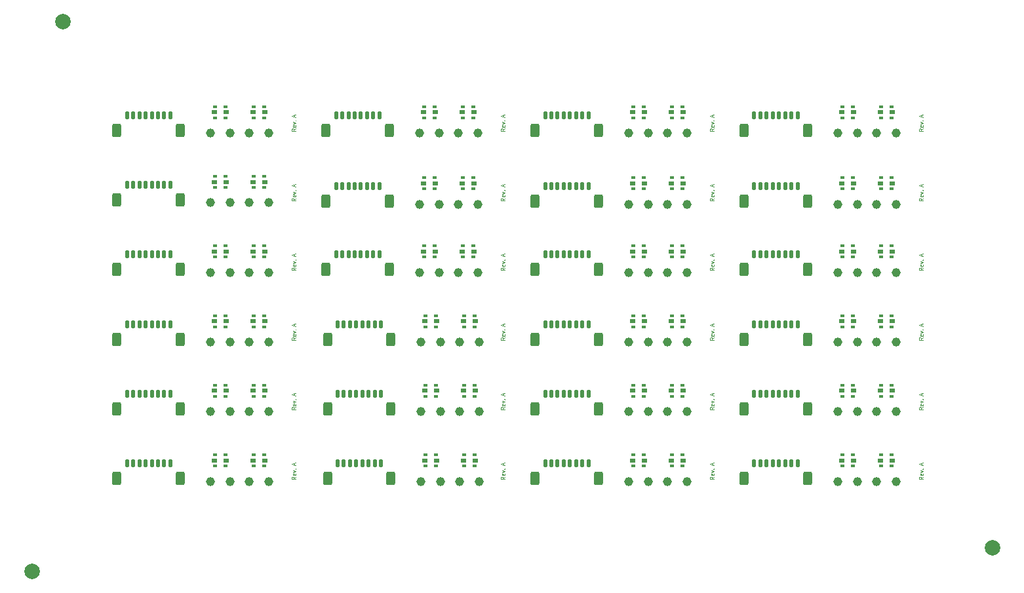
<source format=gbr>
%TF.GenerationSoftware,KiCad,Pcbnew,(7.0.0)*%
%TF.CreationDate,2023-04-04T09:59:10-04:00*%
%TF.ProjectId,bracket-led,62726163-6b65-4742-9d6c-65642e6b6963,A*%
%TF.SameCoordinates,Original*%
%TF.FileFunction,Soldermask,Top*%
%TF.FilePolarity,Negative*%
%FSLAX46Y46*%
G04 Gerber Fmt 4.6, Leading zero omitted, Abs format (unit mm)*
G04 Created by KiCad (PCBNEW (7.0.0)) date 2023-04-04 09:59:10*
%MOMM*%
%LPD*%
G01*
G04 APERTURE LIST*
G04 Aperture macros list*
%AMRoundRect*
0 Rectangle with rounded corners*
0 $1 Rounding radius*
0 $2 $3 $4 $5 $6 $7 $8 $9 X,Y pos of 4 corners*
0 Add a 4 corners polygon primitive as box body*
4,1,4,$2,$3,$4,$5,$6,$7,$8,$9,$2,$3,0*
0 Add four circle primitives for the rounded corners*
1,1,$1+$1,$2,$3*
1,1,$1+$1,$4,$5*
1,1,$1+$1,$6,$7*
1,1,$1+$1,$8,$9*
0 Add four rect primitives between the rounded corners*
20,1,$1+$1,$2,$3,$4,$5,0*
20,1,$1+$1,$4,$5,$6,$7,0*
20,1,$1+$1,$6,$7,$8,$9,0*
20,1,$1+$1,$8,$9,$2,$3,0*%
G04 Aperture macros list end*
%ADD10C,0.125000*%
%ADD11C,1.168400*%
%ADD12R,0.550000X0.400000*%
%ADD13R,0.700000X0.500000*%
%ADD14RoundRect,0.125000X-0.125000X-0.375000X0.125000X-0.375000X0.125000X0.375000X-0.125000X0.375000X0*%
%ADD15RoundRect,0.250000X-0.350000X-0.600000X0.350000X-0.600000X0.350000X0.600000X-0.350000X0.600000X0*%
%ADD16C,2.000000*%
G04 APERTURE END LIST*
D10*
X183991190Y-170095238D02*
X183753095Y-170261904D01*
X183991190Y-170380952D02*
X183491190Y-170380952D01*
X183491190Y-170380952D02*
X183491190Y-170190476D01*
X183491190Y-170190476D02*
X183515000Y-170142857D01*
X183515000Y-170142857D02*
X183538809Y-170119047D01*
X183538809Y-170119047D02*
X183586428Y-170095238D01*
X183586428Y-170095238D02*
X183657857Y-170095238D01*
X183657857Y-170095238D02*
X183705476Y-170119047D01*
X183705476Y-170119047D02*
X183729285Y-170142857D01*
X183729285Y-170142857D02*
X183753095Y-170190476D01*
X183753095Y-170190476D02*
X183753095Y-170380952D01*
X183967380Y-169690476D02*
X183991190Y-169738095D01*
X183991190Y-169738095D02*
X183991190Y-169833333D01*
X183991190Y-169833333D02*
X183967380Y-169880952D01*
X183967380Y-169880952D02*
X183919761Y-169904761D01*
X183919761Y-169904761D02*
X183729285Y-169904761D01*
X183729285Y-169904761D02*
X183681666Y-169880952D01*
X183681666Y-169880952D02*
X183657857Y-169833333D01*
X183657857Y-169833333D02*
X183657857Y-169738095D01*
X183657857Y-169738095D02*
X183681666Y-169690476D01*
X183681666Y-169690476D02*
X183729285Y-169666666D01*
X183729285Y-169666666D02*
X183776904Y-169666666D01*
X183776904Y-169666666D02*
X183824523Y-169904761D01*
X183657857Y-169500000D02*
X183991190Y-169380952D01*
X183991190Y-169380952D02*
X183657857Y-169261905D01*
X183943571Y-169071429D02*
X183967380Y-169047619D01*
X183967380Y-169047619D02*
X183991190Y-169071429D01*
X183991190Y-169071429D02*
X183967380Y-169095238D01*
X183967380Y-169095238D02*
X183943571Y-169071429D01*
X183943571Y-169071429D02*
X183991190Y-169071429D01*
X183848333Y-168557143D02*
X183848333Y-168319048D01*
X183991190Y-168604762D02*
X183491190Y-168438096D01*
X183491190Y-168438096D02*
X183991190Y-168271429D01*
X210991190Y-170095238D02*
X210753095Y-170261904D01*
X210991190Y-170380952D02*
X210491190Y-170380952D01*
X210491190Y-170380952D02*
X210491190Y-170190476D01*
X210491190Y-170190476D02*
X210515000Y-170142857D01*
X210515000Y-170142857D02*
X210538809Y-170119047D01*
X210538809Y-170119047D02*
X210586428Y-170095238D01*
X210586428Y-170095238D02*
X210657857Y-170095238D01*
X210657857Y-170095238D02*
X210705476Y-170119047D01*
X210705476Y-170119047D02*
X210729285Y-170142857D01*
X210729285Y-170142857D02*
X210753095Y-170190476D01*
X210753095Y-170190476D02*
X210753095Y-170380952D01*
X210967380Y-169690476D02*
X210991190Y-169738095D01*
X210991190Y-169738095D02*
X210991190Y-169833333D01*
X210991190Y-169833333D02*
X210967380Y-169880952D01*
X210967380Y-169880952D02*
X210919761Y-169904761D01*
X210919761Y-169904761D02*
X210729285Y-169904761D01*
X210729285Y-169904761D02*
X210681666Y-169880952D01*
X210681666Y-169880952D02*
X210657857Y-169833333D01*
X210657857Y-169833333D02*
X210657857Y-169738095D01*
X210657857Y-169738095D02*
X210681666Y-169690476D01*
X210681666Y-169690476D02*
X210729285Y-169666666D01*
X210729285Y-169666666D02*
X210776904Y-169666666D01*
X210776904Y-169666666D02*
X210824523Y-169904761D01*
X210657857Y-169500000D02*
X210991190Y-169380952D01*
X210991190Y-169380952D02*
X210657857Y-169261905D01*
X210943571Y-169071429D02*
X210967380Y-169047619D01*
X210967380Y-169047619D02*
X210991190Y-169071429D01*
X210991190Y-169071429D02*
X210967380Y-169095238D01*
X210967380Y-169095238D02*
X210943571Y-169071429D01*
X210943571Y-169071429D02*
X210991190Y-169071429D01*
X210848333Y-168557143D02*
X210848333Y-168319048D01*
X210991190Y-168604762D02*
X210491190Y-168438096D01*
X210491190Y-168438096D02*
X210991190Y-168271429D01*
X237991190Y-125095238D02*
X237753095Y-125261904D01*
X237991190Y-125380952D02*
X237491190Y-125380952D01*
X237491190Y-125380952D02*
X237491190Y-125190476D01*
X237491190Y-125190476D02*
X237515000Y-125142857D01*
X237515000Y-125142857D02*
X237538809Y-125119047D01*
X237538809Y-125119047D02*
X237586428Y-125095238D01*
X237586428Y-125095238D02*
X237657857Y-125095238D01*
X237657857Y-125095238D02*
X237705476Y-125119047D01*
X237705476Y-125119047D02*
X237729285Y-125142857D01*
X237729285Y-125142857D02*
X237753095Y-125190476D01*
X237753095Y-125190476D02*
X237753095Y-125380952D01*
X237967380Y-124690476D02*
X237991190Y-124738095D01*
X237991190Y-124738095D02*
X237991190Y-124833333D01*
X237991190Y-124833333D02*
X237967380Y-124880952D01*
X237967380Y-124880952D02*
X237919761Y-124904761D01*
X237919761Y-124904761D02*
X237729285Y-124904761D01*
X237729285Y-124904761D02*
X237681666Y-124880952D01*
X237681666Y-124880952D02*
X237657857Y-124833333D01*
X237657857Y-124833333D02*
X237657857Y-124738095D01*
X237657857Y-124738095D02*
X237681666Y-124690476D01*
X237681666Y-124690476D02*
X237729285Y-124666666D01*
X237729285Y-124666666D02*
X237776904Y-124666666D01*
X237776904Y-124666666D02*
X237824523Y-124904761D01*
X237657857Y-124500000D02*
X237991190Y-124380952D01*
X237991190Y-124380952D02*
X237657857Y-124261905D01*
X237943571Y-124071429D02*
X237967380Y-124047619D01*
X237967380Y-124047619D02*
X237991190Y-124071429D01*
X237991190Y-124071429D02*
X237967380Y-124095238D01*
X237967380Y-124095238D02*
X237943571Y-124071429D01*
X237943571Y-124071429D02*
X237991190Y-124071429D01*
X237848333Y-123557143D02*
X237848333Y-123319048D01*
X237991190Y-123604762D02*
X237491190Y-123438096D01*
X237491190Y-123438096D02*
X237991190Y-123271429D01*
X210991190Y-125095238D02*
X210753095Y-125261904D01*
X210991190Y-125380952D02*
X210491190Y-125380952D01*
X210491190Y-125380952D02*
X210491190Y-125190476D01*
X210491190Y-125190476D02*
X210515000Y-125142857D01*
X210515000Y-125142857D02*
X210538809Y-125119047D01*
X210538809Y-125119047D02*
X210586428Y-125095238D01*
X210586428Y-125095238D02*
X210657857Y-125095238D01*
X210657857Y-125095238D02*
X210705476Y-125119047D01*
X210705476Y-125119047D02*
X210729285Y-125142857D01*
X210729285Y-125142857D02*
X210753095Y-125190476D01*
X210753095Y-125190476D02*
X210753095Y-125380952D01*
X210967380Y-124690476D02*
X210991190Y-124738095D01*
X210991190Y-124738095D02*
X210991190Y-124833333D01*
X210991190Y-124833333D02*
X210967380Y-124880952D01*
X210967380Y-124880952D02*
X210919761Y-124904761D01*
X210919761Y-124904761D02*
X210729285Y-124904761D01*
X210729285Y-124904761D02*
X210681666Y-124880952D01*
X210681666Y-124880952D02*
X210657857Y-124833333D01*
X210657857Y-124833333D02*
X210657857Y-124738095D01*
X210657857Y-124738095D02*
X210681666Y-124690476D01*
X210681666Y-124690476D02*
X210729285Y-124666666D01*
X210729285Y-124666666D02*
X210776904Y-124666666D01*
X210776904Y-124666666D02*
X210824523Y-124904761D01*
X210657857Y-124500000D02*
X210991190Y-124380952D01*
X210991190Y-124380952D02*
X210657857Y-124261905D01*
X210943571Y-124071429D02*
X210967380Y-124047619D01*
X210967380Y-124047619D02*
X210991190Y-124071429D01*
X210991190Y-124071429D02*
X210967380Y-124095238D01*
X210967380Y-124095238D02*
X210943571Y-124071429D01*
X210943571Y-124071429D02*
X210991190Y-124071429D01*
X210848333Y-123557143D02*
X210848333Y-123319048D01*
X210991190Y-123604762D02*
X210491190Y-123438096D01*
X210491190Y-123438096D02*
X210991190Y-123271429D01*
X237991190Y-134095238D02*
X237753095Y-134261904D01*
X237991190Y-134380952D02*
X237491190Y-134380952D01*
X237491190Y-134380952D02*
X237491190Y-134190476D01*
X237491190Y-134190476D02*
X237515000Y-134142857D01*
X237515000Y-134142857D02*
X237538809Y-134119047D01*
X237538809Y-134119047D02*
X237586428Y-134095238D01*
X237586428Y-134095238D02*
X237657857Y-134095238D01*
X237657857Y-134095238D02*
X237705476Y-134119047D01*
X237705476Y-134119047D02*
X237729285Y-134142857D01*
X237729285Y-134142857D02*
X237753095Y-134190476D01*
X237753095Y-134190476D02*
X237753095Y-134380952D01*
X237967380Y-133690476D02*
X237991190Y-133738095D01*
X237991190Y-133738095D02*
X237991190Y-133833333D01*
X237991190Y-133833333D02*
X237967380Y-133880952D01*
X237967380Y-133880952D02*
X237919761Y-133904761D01*
X237919761Y-133904761D02*
X237729285Y-133904761D01*
X237729285Y-133904761D02*
X237681666Y-133880952D01*
X237681666Y-133880952D02*
X237657857Y-133833333D01*
X237657857Y-133833333D02*
X237657857Y-133738095D01*
X237657857Y-133738095D02*
X237681666Y-133690476D01*
X237681666Y-133690476D02*
X237729285Y-133666666D01*
X237729285Y-133666666D02*
X237776904Y-133666666D01*
X237776904Y-133666666D02*
X237824523Y-133904761D01*
X237657857Y-133500000D02*
X237991190Y-133380952D01*
X237991190Y-133380952D02*
X237657857Y-133261905D01*
X237943571Y-133071429D02*
X237967380Y-133047619D01*
X237967380Y-133047619D02*
X237991190Y-133071429D01*
X237991190Y-133071429D02*
X237967380Y-133095238D01*
X237967380Y-133095238D02*
X237943571Y-133071429D01*
X237943571Y-133071429D02*
X237991190Y-133071429D01*
X237848333Y-132557143D02*
X237848333Y-132319048D01*
X237991190Y-132604762D02*
X237491190Y-132438096D01*
X237491190Y-132438096D02*
X237991190Y-132271429D01*
X264991190Y-125095238D02*
X264753095Y-125261904D01*
X264991190Y-125380952D02*
X264491190Y-125380952D01*
X264491190Y-125380952D02*
X264491190Y-125190476D01*
X264491190Y-125190476D02*
X264515000Y-125142857D01*
X264515000Y-125142857D02*
X264538809Y-125119047D01*
X264538809Y-125119047D02*
X264586428Y-125095238D01*
X264586428Y-125095238D02*
X264657857Y-125095238D01*
X264657857Y-125095238D02*
X264705476Y-125119047D01*
X264705476Y-125119047D02*
X264729285Y-125142857D01*
X264729285Y-125142857D02*
X264753095Y-125190476D01*
X264753095Y-125190476D02*
X264753095Y-125380952D01*
X264967380Y-124690476D02*
X264991190Y-124738095D01*
X264991190Y-124738095D02*
X264991190Y-124833333D01*
X264991190Y-124833333D02*
X264967380Y-124880952D01*
X264967380Y-124880952D02*
X264919761Y-124904761D01*
X264919761Y-124904761D02*
X264729285Y-124904761D01*
X264729285Y-124904761D02*
X264681666Y-124880952D01*
X264681666Y-124880952D02*
X264657857Y-124833333D01*
X264657857Y-124833333D02*
X264657857Y-124738095D01*
X264657857Y-124738095D02*
X264681666Y-124690476D01*
X264681666Y-124690476D02*
X264729285Y-124666666D01*
X264729285Y-124666666D02*
X264776904Y-124666666D01*
X264776904Y-124666666D02*
X264824523Y-124904761D01*
X264657857Y-124500000D02*
X264991190Y-124380952D01*
X264991190Y-124380952D02*
X264657857Y-124261905D01*
X264943571Y-124071429D02*
X264967380Y-124047619D01*
X264967380Y-124047619D02*
X264991190Y-124071429D01*
X264991190Y-124071429D02*
X264967380Y-124095238D01*
X264967380Y-124095238D02*
X264943571Y-124071429D01*
X264943571Y-124071429D02*
X264991190Y-124071429D01*
X264848333Y-123557143D02*
X264848333Y-123319048D01*
X264991190Y-123604762D02*
X264491190Y-123438096D01*
X264491190Y-123438096D02*
X264991190Y-123271429D01*
X264991190Y-134095238D02*
X264753095Y-134261904D01*
X264991190Y-134380952D02*
X264491190Y-134380952D01*
X264491190Y-134380952D02*
X264491190Y-134190476D01*
X264491190Y-134190476D02*
X264515000Y-134142857D01*
X264515000Y-134142857D02*
X264538809Y-134119047D01*
X264538809Y-134119047D02*
X264586428Y-134095238D01*
X264586428Y-134095238D02*
X264657857Y-134095238D01*
X264657857Y-134095238D02*
X264705476Y-134119047D01*
X264705476Y-134119047D02*
X264729285Y-134142857D01*
X264729285Y-134142857D02*
X264753095Y-134190476D01*
X264753095Y-134190476D02*
X264753095Y-134380952D01*
X264967380Y-133690476D02*
X264991190Y-133738095D01*
X264991190Y-133738095D02*
X264991190Y-133833333D01*
X264991190Y-133833333D02*
X264967380Y-133880952D01*
X264967380Y-133880952D02*
X264919761Y-133904761D01*
X264919761Y-133904761D02*
X264729285Y-133904761D01*
X264729285Y-133904761D02*
X264681666Y-133880952D01*
X264681666Y-133880952D02*
X264657857Y-133833333D01*
X264657857Y-133833333D02*
X264657857Y-133738095D01*
X264657857Y-133738095D02*
X264681666Y-133690476D01*
X264681666Y-133690476D02*
X264729285Y-133666666D01*
X264729285Y-133666666D02*
X264776904Y-133666666D01*
X264776904Y-133666666D02*
X264824523Y-133904761D01*
X264657857Y-133500000D02*
X264991190Y-133380952D01*
X264991190Y-133380952D02*
X264657857Y-133261905D01*
X264943571Y-133071429D02*
X264967380Y-133047619D01*
X264967380Y-133047619D02*
X264991190Y-133071429D01*
X264991190Y-133071429D02*
X264967380Y-133095238D01*
X264967380Y-133095238D02*
X264943571Y-133071429D01*
X264943571Y-133071429D02*
X264991190Y-133071429D01*
X264848333Y-132557143D02*
X264848333Y-132319048D01*
X264991190Y-132604762D02*
X264491190Y-132438096D01*
X264491190Y-132438096D02*
X264991190Y-132271429D01*
X183991190Y-125095238D02*
X183753095Y-125261904D01*
X183991190Y-125380952D02*
X183491190Y-125380952D01*
X183491190Y-125380952D02*
X183491190Y-125190476D01*
X183491190Y-125190476D02*
X183515000Y-125142857D01*
X183515000Y-125142857D02*
X183538809Y-125119047D01*
X183538809Y-125119047D02*
X183586428Y-125095238D01*
X183586428Y-125095238D02*
X183657857Y-125095238D01*
X183657857Y-125095238D02*
X183705476Y-125119047D01*
X183705476Y-125119047D02*
X183729285Y-125142857D01*
X183729285Y-125142857D02*
X183753095Y-125190476D01*
X183753095Y-125190476D02*
X183753095Y-125380952D01*
X183967380Y-124690476D02*
X183991190Y-124738095D01*
X183991190Y-124738095D02*
X183991190Y-124833333D01*
X183991190Y-124833333D02*
X183967380Y-124880952D01*
X183967380Y-124880952D02*
X183919761Y-124904761D01*
X183919761Y-124904761D02*
X183729285Y-124904761D01*
X183729285Y-124904761D02*
X183681666Y-124880952D01*
X183681666Y-124880952D02*
X183657857Y-124833333D01*
X183657857Y-124833333D02*
X183657857Y-124738095D01*
X183657857Y-124738095D02*
X183681666Y-124690476D01*
X183681666Y-124690476D02*
X183729285Y-124666666D01*
X183729285Y-124666666D02*
X183776904Y-124666666D01*
X183776904Y-124666666D02*
X183824523Y-124904761D01*
X183657857Y-124500000D02*
X183991190Y-124380952D01*
X183991190Y-124380952D02*
X183657857Y-124261905D01*
X183943571Y-124071429D02*
X183967380Y-124047619D01*
X183967380Y-124047619D02*
X183991190Y-124071429D01*
X183991190Y-124071429D02*
X183967380Y-124095238D01*
X183967380Y-124095238D02*
X183943571Y-124071429D01*
X183943571Y-124071429D02*
X183991190Y-124071429D01*
X183848333Y-123557143D02*
X183848333Y-123319048D01*
X183991190Y-123604762D02*
X183491190Y-123438096D01*
X183491190Y-123438096D02*
X183991190Y-123271429D01*
X183991190Y-143095238D02*
X183753095Y-143261904D01*
X183991190Y-143380952D02*
X183491190Y-143380952D01*
X183491190Y-143380952D02*
X183491190Y-143190476D01*
X183491190Y-143190476D02*
X183515000Y-143142857D01*
X183515000Y-143142857D02*
X183538809Y-143119047D01*
X183538809Y-143119047D02*
X183586428Y-143095238D01*
X183586428Y-143095238D02*
X183657857Y-143095238D01*
X183657857Y-143095238D02*
X183705476Y-143119047D01*
X183705476Y-143119047D02*
X183729285Y-143142857D01*
X183729285Y-143142857D02*
X183753095Y-143190476D01*
X183753095Y-143190476D02*
X183753095Y-143380952D01*
X183967380Y-142690476D02*
X183991190Y-142738095D01*
X183991190Y-142738095D02*
X183991190Y-142833333D01*
X183991190Y-142833333D02*
X183967380Y-142880952D01*
X183967380Y-142880952D02*
X183919761Y-142904761D01*
X183919761Y-142904761D02*
X183729285Y-142904761D01*
X183729285Y-142904761D02*
X183681666Y-142880952D01*
X183681666Y-142880952D02*
X183657857Y-142833333D01*
X183657857Y-142833333D02*
X183657857Y-142738095D01*
X183657857Y-142738095D02*
X183681666Y-142690476D01*
X183681666Y-142690476D02*
X183729285Y-142666666D01*
X183729285Y-142666666D02*
X183776904Y-142666666D01*
X183776904Y-142666666D02*
X183824523Y-142904761D01*
X183657857Y-142500000D02*
X183991190Y-142380952D01*
X183991190Y-142380952D02*
X183657857Y-142261905D01*
X183943571Y-142071429D02*
X183967380Y-142047619D01*
X183967380Y-142047619D02*
X183991190Y-142071429D01*
X183991190Y-142071429D02*
X183967380Y-142095238D01*
X183967380Y-142095238D02*
X183943571Y-142071429D01*
X183943571Y-142071429D02*
X183991190Y-142071429D01*
X183848333Y-141557143D02*
X183848333Y-141319048D01*
X183991190Y-141604762D02*
X183491190Y-141438096D01*
X183491190Y-141438096D02*
X183991190Y-141271429D01*
X264991190Y-143095238D02*
X264753095Y-143261904D01*
X264991190Y-143380952D02*
X264491190Y-143380952D01*
X264491190Y-143380952D02*
X264491190Y-143190476D01*
X264491190Y-143190476D02*
X264515000Y-143142857D01*
X264515000Y-143142857D02*
X264538809Y-143119047D01*
X264538809Y-143119047D02*
X264586428Y-143095238D01*
X264586428Y-143095238D02*
X264657857Y-143095238D01*
X264657857Y-143095238D02*
X264705476Y-143119047D01*
X264705476Y-143119047D02*
X264729285Y-143142857D01*
X264729285Y-143142857D02*
X264753095Y-143190476D01*
X264753095Y-143190476D02*
X264753095Y-143380952D01*
X264967380Y-142690476D02*
X264991190Y-142738095D01*
X264991190Y-142738095D02*
X264991190Y-142833333D01*
X264991190Y-142833333D02*
X264967380Y-142880952D01*
X264967380Y-142880952D02*
X264919761Y-142904761D01*
X264919761Y-142904761D02*
X264729285Y-142904761D01*
X264729285Y-142904761D02*
X264681666Y-142880952D01*
X264681666Y-142880952D02*
X264657857Y-142833333D01*
X264657857Y-142833333D02*
X264657857Y-142738095D01*
X264657857Y-142738095D02*
X264681666Y-142690476D01*
X264681666Y-142690476D02*
X264729285Y-142666666D01*
X264729285Y-142666666D02*
X264776904Y-142666666D01*
X264776904Y-142666666D02*
X264824523Y-142904761D01*
X264657857Y-142500000D02*
X264991190Y-142380952D01*
X264991190Y-142380952D02*
X264657857Y-142261905D01*
X264943571Y-142071429D02*
X264967380Y-142047619D01*
X264967380Y-142047619D02*
X264991190Y-142071429D01*
X264991190Y-142071429D02*
X264967380Y-142095238D01*
X264967380Y-142095238D02*
X264943571Y-142071429D01*
X264943571Y-142071429D02*
X264991190Y-142071429D01*
X264848333Y-141557143D02*
X264848333Y-141319048D01*
X264991190Y-141604762D02*
X264491190Y-141438096D01*
X264491190Y-141438096D02*
X264991190Y-141271429D01*
X210991190Y-152095238D02*
X210753095Y-152261904D01*
X210991190Y-152380952D02*
X210491190Y-152380952D01*
X210491190Y-152380952D02*
X210491190Y-152190476D01*
X210491190Y-152190476D02*
X210515000Y-152142857D01*
X210515000Y-152142857D02*
X210538809Y-152119047D01*
X210538809Y-152119047D02*
X210586428Y-152095238D01*
X210586428Y-152095238D02*
X210657857Y-152095238D01*
X210657857Y-152095238D02*
X210705476Y-152119047D01*
X210705476Y-152119047D02*
X210729285Y-152142857D01*
X210729285Y-152142857D02*
X210753095Y-152190476D01*
X210753095Y-152190476D02*
X210753095Y-152380952D01*
X210967380Y-151690476D02*
X210991190Y-151738095D01*
X210991190Y-151738095D02*
X210991190Y-151833333D01*
X210991190Y-151833333D02*
X210967380Y-151880952D01*
X210967380Y-151880952D02*
X210919761Y-151904761D01*
X210919761Y-151904761D02*
X210729285Y-151904761D01*
X210729285Y-151904761D02*
X210681666Y-151880952D01*
X210681666Y-151880952D02*
X210657857Y-151833333D01*
X210657857Y-151833333D02*
X210657857Y-151738095D01*
X210657857Y-151738095D02*
X210681666Y-151690476D01*
X210681666Y-151690476D02*
X210729285Y-151666666D01*
X210729285Y-151666666D02*
X210776904Y-151666666D01*
X210776904Y-151666666D02*
X210824523Y-151904761D01*
X210657857Y-151500000D02*
X210991190Y-151380952D01*
X210991190Y-151380952D02*
X210657857Y-151261905D01*
X210943571Y-151071429D02*
X210967380Y-151047619D01*
X210967380Y-151047619D02*
X210991190Y-151071429D01*
X210991190Y-151071429D02*
X210967380Y-151095238D01*
X210967380Y-151095238D02*
X210943571Y-151071429D01*
X210943571Y-151071429D02*
X210991190Y-151071429D01*
X210848333Y-150557143D02*
X210848333Y-150319048D01*
X210991190Y-150604762D02*
X210491190Y-150438096D01*
X210491190Y-150438096D02*
X210991190Y-150271429D01*
X210991190Y-143095238D02*
X210753095Y-143261904D01*
X210991190Y-143380952D02*
X210491190Y-143380952D01*
X210491190Y-143380952D02*
X210491190Y-143190476D01*
X210491190Y-143190476D02*
X210515000Y-143142857D01*
X210515000Y-143142857D02*
X210538809Y-143119047D01*
X210538809Y-143119047D02*
X210586428Y-143095238D01*
X210586428Y-143095238D02*
X210657857Y-143095238D01*
X210657857Y-143095238D02*
X210705476Y-143119047D01*
X210705476Y-143119047D02*
X210729285Y-143142857D01*
X210729285Y-143142857D02*
X210753095Y-143190476D01*
X210753095Y-143190476D02*
X210753095Y-143380952D01*
X210967380Y-142690476D02*
X210991190Y-142738095D01*
X210991190Y-142738095D02*
X210991190Y-142833333D01*
X210991190Y-142833333D02*
X210967380Y-142880952D01*
X210967380Y-142880952D02*
X210919761Y-142904761D01*
X210919761Y-142904761D02*
X210729285Y-142904761D01*
X210729285Y-142904761D02*
X210681666Y-142880952D01*
X210681666Y-142880952D02*
X210657857Y-142833333D01*
X210657857Y-142833333D02*
X210657857Y-142738095D01*
X210657857Y-142738095D02*
X210681666Y-142690476D01*
X210681666Y-142690476D02*
X210729285Y-142666666D01*
X210729285Y-142666666D02*
X210776904Y-142666666D01*
X210776904Y-142666666D02*
X210824523Y-142904761D01*
X210657857Y-142500000D02*
X210991190Y-142380952D01*
X210991190Y-142380952D02*
X210657857Y-142261905D01*
X210943571Y-142071429D02*
X210967380Y-142047619D01*
X210967380Y-142047619D02*
X210991190Y-142071429D01*
X210991190Y-142071429D02*
X210967380Y-142095238D01*
X210967380Y-142095238D02*
X210943571Y-142071429D01*
X210943571Y-142071429D02*
X210991190Y-142071429D01*
X210848333Y-141557143D02*
X210848333Y-141319048D01*
X210991190Y-141604762D02*
X210491190Y-141438096D01*
X210491190Y-141438096D02*
X210991190Y-141271429D01*
X183991190Y-152095238D02*
X183753095Y-152261904D01*
X183991190Y-152380952D02*
X183491190Y-152380952D01*
X183491190Y-152380952D02*
X183491190Y-152190476D01*
X183491190Y-152190476D02*
X183515000Y-152142857D01*
X183515000Y-152142857D02*
X183538809Y-152119047D01*
X183538809Y-152119047D02*
X183586428Y-152095238D01*
X183586428Y-152095238D02*
X183657857Y-152095238D01*
X183657857Y-152095238D02*
X183705476Y-152119047D01*
X183705476Y-152119047D02*
X183729285Y-152142857D01*
X183729285Y-152142857D02*
X183753095Y-152190476D01*
X183753095Y-152190476D02*
X183753095Y-152380952D01*
X183967380Y-151690476D02*
X183991190Y-151738095D01*
X183991190Y-151738095D02*
X183991190Y-151833333D01*
X183991190Y-151833333D02*
X183967380Y-151880952D01*
X183967380Y-151880952D02*
X183919761Y-151904761D01*
X183919761Y-151904761D02*
X183729285Y-151904761D01*
X183729285Y-151904761D02*
X183681666Y-151880952D01*
X183681666Y-151880952D02*
X183657857Y-151833333D01*
X183657857Y-151833333D02*
X183657857Y-151738095D01*
X183657857Y-151738095D02*
X183681666Y-151690476D01*
X183681666Y-151690476D02*
X183729285Y-151666666D01*
X183729285Y-151666666D02*
X183776904Y-151666666D01*
X183776904Y-151666666D02*
X183824523Y-151904761D01*
X183657857Y-151500000D02*
X183991190Y-151380952D01*
X183991190Y-151380952D02*
X183657857Y-151261905D01*
X183943571Y-151071429D02*
X183967380Y-151047619D01*
X183967380Y-151047619D02*
X183991190Y-151071429D01*
X183991190Y-151071429D02*
X183967380Y-151095238D01*
X183967380Y-151095238D02*
X183943571Y-151071429D01*
X183943571Y-151071429D02*
X183991190Y-151071429D01*
X183848333Y-150557143D02*
X183848333Y-150319048D01*
X183991190Y-150604762D02*
X183491190Y-150438096D01*
X183491190Y-150438096D02*
X183991190Y-150271429D01*
X183991190Y-134095238D02*
X183753095Y-134261904D01*
X183991190Y-134380952D02*
X183491190Y-134380952D01*
X183491190Y-134380952D02*
X183491190Y-134190476D01*
X183491190Y-134190476D02*
X183515000Y-134142857D01*
X183515000Y-134142857D02*
X183538809Y-134119047D01*
X183538809Y-134119047D02*
X183586428Y-134095238D01*
X183586428Y-134095238D02*
X183657857Y-134095238D01*
X183657857Y-134095238D02*
X183705476Y-134119047D01*
X183705476Y-134119047D02*
X183729285Y-134142857D01*
X183729285Y-134142857D02*
X183753095Y-134190476D01*
X183753095Y-134190476D02*
X183753095Y-134380952D01*
X183967380Y-133690476D02*
X183991190Y-133738095D01*
X183991190Y-133738095D02*
X183991190Y-133833333D01*
X183991190Y-133833333D02*
X183967380Y-133880952D01*
X183967380Y-133880952D02*
X183919761Y-133904761D01*
X183919761Y-133904761D02*
X183729285Y-133904761D01*
X183729285Y-133904761D02*
X183681666Y-133880952D01*
X183681666Y-133880952D02*
X183657857Y-133833333D01*
X183657857Y-133833333D02*
X183657857Y-133738095D01*
X183657857Y-133738095D02*
X183681666Y-133690476D01*
X183681666Y-133690476D02*
X183729285Y-133666666D01*
X183729285Y-133666666D02*
X183776904Y-133666666D01*
X183776904Y-133666666D02*
X183824523Y-133904761D01*
X183657857Y-133500000D02*
X183991190Y-133380952D01*
X183991190Y-133380952D02*
X183657857Y-133261905D01*
X183943571Y-133071429D02*
X183967380Y-133047619D01*
X183967380Y-133047619D02*
X183991190Y-133071429D01*
X183991190Y-133071429D02*
X183967380Y-133095238D01*
X183967380Y-133095238D02*
X183943571Y-133071429D01*
X183943571Y-133071429D02*
X183991190Y-133071429D01*
X183848333Y-132557143D02*
X183848333Y-132319048D01*
X183991190Y-132604762D02*
X183491190Y-132438096D01*
X183491190Y-132438096D02*
X183991190Y-132271429D01*
X210991190Y-134095238D02*
X210753095Y-134261904D01*
X210991190Y-134380952D02*
X210491190Y-134380952D01*
X210491190Y-134380952D02*
X210491190Y-134190476D01*
X210491190Y-134190476D02*
X210515000Y-134142857D01*
X210515000Y-134142857D02*
X210538809Y-134119047D01*
X210538809Y-134119047D02*
X210586428Y-134095238D01*
X210586428Y-134095238D02*
X210657857Y-134095238D01*
X210657857Y-134095238D02*
X210705476Y-134119047D01*
X210705476Y-134119047D02*
X210729285Y-134142857D01*
X210729285Y-134142857D02*
X210753095Y-134190476D01*
X210753095Y-134190476D02*
X210753095Y-134380952D01*
X210967380Y-133690476D02*
X210991190Y-133738095D01*
X210991190Y-133738095D02*
X210991190Y-133833333D01*
X210991190Y-133833333D02*
X210967380Y-133880952D01*
X210967380Y-133880952D02*
X210919761Y-133904761D01*
X210919761Y-133904761D02*
X210729285Y-133904761D01*
X210729285Y-133904761D02*
X210681666Y-133880952D01*
X210681666Y-133880952D02*
X210657857Y-133833333D01*
X210657857Y-133833333D02*
X210657857Y-133738095D01*
X210657857Y-133738095D02*
X210681666Y-133690476D01*
X210681666Y-133690476D02*
X210729285Y-133666666D01*
X210729285Y-133666666D02*
X210776904Y-133666666D01*
X210776904Y-133666666D02*
X210824523Y-133904761D01*
X210657857Y-133500000D02*
X210991190Y-133380952D01*
X210991190Y-133380952D02*
X210657857Y-133261905D01*
X210943571Y-133071429D02*
X210967380Y-133047619D01*
X210967380Y-133047619D02*
X210991190Y-133071429D01*
X210991190Y-133071429D02*
X210967380Y-133095238D01*
X210967380Y-133095238D02*
X210943571Y-133071429D01*
X210943571Y-133071429D02*
X210991190Y-133071429D01*
X210848333Y-132557143D02*
X210848333Y-132319048D01*
X210991190Y-132604762D02*
X210491190Y-132438096D01*
X210491190Y-132438096D02*
X210991190Y-132271429D01*
X183991190Y-161095238D02*
X183753095Y-161261904D01*
X183991190Y-161380952D02*
X183491190Y-161380952D01*
X183491190Y-161380952D02*
X183491190Y-161190476D01*
X183491190Y-161190476D02*
X183515000Y-161142857D01*
X183515000Y-161142857D02*
X183538809Y-161119047D01*
X183538809Y-161119047D02*
X183586428Y-161095238D01*
X183586428Y-161095238D02*
X183657857Y-161095238D01*
X183657857Y-161095238D02*
X183705476Y-161119047D01*
X183705476Y-161119047D02*
X183729285Y-161142857D01*
X183729285Y-161142857D02*
X183753095Y-161190476D01*
X183753095Y-161190476D02*
X183753095Y-161380952D01*
X183967380Y-160690476D02*
X183991190Y-160738095D01*
X183991190Y-160738095D02*
X183991190Y-160833333D01*
X183991190Y-160833333D02*
X183967380Y-160880952D01*
X183967380Y-160880952D02*
X183919761Y-160904761D01*
X183919761Y-160904761D02*
X183729285Y-160904761D01*
X183729285Y-160904761D02*
X183681666Y-160880952D01*
X183681666Y-160880952D02*
X183657857Y-160833333D01*
X183657857Y-160833333D02*
X183657857Y-160738095D01*
X183657857Y-160738095D02*
X183681666Y-160690476D01*
X183681666Y-160690476D02*
X183729285Y-160666666D01*
X183729285Y-160666666D02*
X183776904Y-160666666D01*
X183776904Y-160666666D02*
X183824523Y-160904761D01*
X183657857Y-160500000D02*
X183991190Y-160380952D01*
X183991190Y-160380952D02*
X183657857Y-160261905D01*
X183943571Y-160071429D02*
X183967380Y-160047619D01*
X183967380Y-160047619D02*
X183991190Y-160071429D01*
X183991190Y-160071429D02*
X183967380Y-160095238D01*
X183967380Y-160095238D02*
X183943571Y-160071429D01*
X183943571Y-160071429D02*
X183991190Y-160071429D01*
X183848333Y-159557143D02*
X183848333Y-159319048D01*
X183991190Y-159604762D02*
X183491190Y-159438096D01*
X183491190Y-159438096D02*
X183991190Y-159271429D01*
X264991190Y-161095238D02*
X264753095Y-161261904D01*
X264991190Y-161380952D02*
X264491190Y-161380952D01*
X264491190Y-161380952D02*
X264491190Y-161190476D01*
X264491190Y-161190476D02*
X264515000Y-161142857D01*
X264515000Y-161142857D02*
X264538809Y-161119047D01*
X264538809Y-161119047D02*
X264586428Y-161095238D01*
X264586428Y-161095238D02*
X264657857Y-161095238D01*
X264657857Y-161095238D02*
X264705476Y-161119047D01*
X264705476Y-161119047D02*
X264729285Y-161142857D01*
X264729285Y-161142857D02*
X264753095Y-161190476D01*
X264753095Y-161190476D02*
X264753095Y-161380952D01*
X264967380Y-160690476D02*
X264991190Y-160738095D01*
X264991190Y-160738095D02*
X264991190Y-160833333D01*
X264991190Y-160833333D02*
X264967380Y-160880952D01*
X264967380Y-160880952D02*
X264919761Y-160904761D01*
X264919761Y-160904761D02*
X264729285Y-160904761D01*
X264729285Y-160904761D02*
X264681666Y-160880952D01*
X264681666Y-160880952D02*
X264657857Y-160833333D01*
X264657857Y-160833333D02*
X264657857Y-160738095D01*
X264657857Y-160738095D02*
X264681666Y-160690476D01*
X264681666Y-160690476D02*
X264729285Y-160666666D01*
X264729285Y-160666666D02*
X264776904Y-160666666D01*
X264776904Y-160666666D02*
X264824523Y-160904761D01*
X264657857Y-160500000D02*
X264991190Y-160380952D01*
X264991190Y-160380952D02*
X264657857Y-160261905D01*
X264943571Y-160071429D02*
X264967380Y-160047619D01*
X264967380Y-160047619D02*
X264991190Y-160071429D01*
X264991190Y-160071429D02*
X264967380Y-160095238D01*
X264967380Y-160095238D02*
X264943571Y-160071429D01*
X264943571Y-160071429D02*
X264991190Y-160071429D01*
X264848333Y-159557143D02*
X264848333Y-159319048D01*
X264991190Y-159604762D02*
X264491190Y-159438096D01*
X264491190Y-159438096D02*
X264991190Y-159271429D01*
X210991190Y-161095238D02*
X210753095Y-161261904D01*
X210991190Y-161380952D02*
X210491190Y-161380952D01*
X210491190Y-161380952D02*
X210491190Y-161190476D01*
X210491190Y-161190476D02*
X210515000Y-161142857D01*
X210515000Y-161142857D02*
X210538809Y-161119047D01*
X210538809Y-161119047D02*
X210586428Y-161095238D01*
X210586428Y-161095238D02*
X210657857Y-161095238D01*
X210657857Y-161095238D02*
X210705476Y-161119047D01*
X210705476Y-161119047D02*
X210729285Y-161142857D01*
X210729285Y-161142857D02*
X210753095Y-161190476D01*
X210753095Y-161190476D02*
X210753095Y-161380952D01*
X210967380Y-160690476D02*
X210991190Y-160738095D01*
X210991190Y-160738095D02*
X210991190Y-160833333D01*
X210991190Y-160833333D02*
X210967380Y-160880952D01*
X210967380Y-160880952D02*
X210919761Y-160904761D01*
X210919761Y-160904761D02*
X210729285Y-160904761D01*
X210729285Y-160904761D02*
X210681666Y-160880952D01*
X210681666Y-160880952D02*
X210657857Y-160833333D01*
X210657857Y-160833333D02*
X210657857Y-160738095D01*
X210657857Y-160738095D02*
X210681666Y-160690476D01*
X210681666Y-160690476D02*
X210729285Y-160666666D01*
X210729285Y-160666666D02*
X210776904Y-160666666D01*
X210776904Y-160666666D02*
X210824523Y-160904761D01*
X210657857Y-160500000D02*
X210991190Y-160380952D01*
X210991190Y-160380952D02*
X210657857Y-160261905D01*
X210943571Y-160071429D02*
X210967380Y-160047619D01*
X210967380Y-160047619D02*
X210991190Y-160071429D01*
X210991190Y-160071429D02*
X210967380Y-160095238D01*
X210967380Y-160095238D02*
X210943571Y-160071429D01*
X210943571Y-160071429D02*
X210991190Y-160071429D01*
X210848333Y-159557143D02*
X210848333Y-159319048D01*
X210991190Y-159604762D02*
X210491190Y-159438096D01*
X210491190Y-159438096D02*
X210991190Y-159271429D01*
X264991190Y-152095238D02*
X264753095Y-152261904D01*
X264991190Y-152380952D02*
X264491190Y-152380952D01*
X264491190Y-152380952D02*
X264491190Y-152190476D01*
X264491190Y-152190476D02*
X264515000Y-152142857D01*
X264515000Y-152142857D02*
X264538809Y-152119047D01*
X264538809Y-152119047D02*
X264586428Y-152095238D01*
X264586428Y-152095238D02*
X264657857Y-152095238D01*
X264657857Y-152095238D02*
X264705476Y-152119047D01*
X264705476Y-152119047D02*
X264729285Y-152142857D01*
X264729285Y-152142857D02*
X264753095Y-152190476D01*
X264753095Y-152190476D02*
X264753095Y-152380952D01*
X264967380Y-151690476D02*
X264991190Y-151738095D01*
X264991190Y-151738095D02*
X264991190Y-151833333D01*
X264991190Y-151833333D02*
X264967380Y-151880952D01*
X264967380Y-151880952D02*
X264919761Y-151904761D01*
X264919761Y-151904761D02*
X264729285Y-151904761D01*
X264729285Y-151904761D02*
X264681666Y-151880952D01*
X264681666Y-151880952D02*
X264657857Y-151833333D01*
X264657857Y-151833333D02*
X264657857Y-151738095D01*
X264657857Y-151738095D02*
X264681666Y-151690476D01*
X264681666Y-151690476D02*
X264729285Y-151666666D01*
X264729285Y-151666666D02*
X264776904Y-151666666D01*
X264776904Y-151666666D02*
X264824523Y-151904761D01*
X264657857Y-151500000D02*
X264991190Y-151380952D01*
X264991190Y-151380952D02*
X264657857Y-151261905D01*
X264943571Y-151071429D02*
X264967380Y-151047619D01*
X264967380Y-151047619D02*
X264991190Y-151071429D01*
X264991190Y-151071429D02*
X264967380Y-151095238D01*
X264967380Y-151095238D02*
X264943571Y-151071429D01*
X264943571Y-151071429D02*
X264991190Y-151071429D01*
X264848333Y-150557143D02*
X264848333Y-150319048D01*
X264991190Y-150604762D02*
X264491190Y-150438096D01*
X264491190Y-150438096D02*
X264991190Y-150271429D01*
X264991190Y-170095238D02*
X264753095Y-170261904D01*
X264991190Y-170380952D02*
X264491190Y-170380952D01*
X264491190Y-170380952D02*
X264491190Y-170190476D01*
X264491190Y-170190476D02*
X264515000Y-170142857D01*
X264515000Y-170142857D02*
X264538809Y-170119047D01*
X264538809Y-170119047D02*
X264586428Y-170095238D01*
X264586428Y-170095238D02*
X264657857Y-170095238D01*
X264657857Y-170095238D02*
X264705476Y-170119047D01*
X264705476Y-170119047D02*
X264729285Y-170142857D01*
X264729285Y-170142857D02*
X264753095Y-170190476D01*
X264753095Y-170190476D02*
X264753095Y-170380952D01*
X264967380Y-169690476D02*
X264991190Y-169738095D01*
X264991190Y-169738095D02*
X264991190Y-169833333D01*
X264991190Y-169833333D02*
X264967380Y-169880952D01*
X264967380Y-169880952D02*
X264919761Y-169904761D01*
X264919761Y-169904761D02*
X264729285Y-169904761D01*
X264729285Y-169904761D02*
X264681666Y-169880952D01*
X264681666Y-169880952D02*
X264657857Y-169833333D01*
X264657857Y-169833333D02*
X264657857Y-169738095D01*
X264657857Y-169738095D02*
X264681666Y-169690476D01*
X264681666Y-169690476D02*
X264729285Y-169666666D01*
X264729285Y-169666666D02*
X264776904Y-169666666D01*
X264776904Y-169666666D02*
X264824523Y-169904761D01*
X264657857Y-169500000D02*
X264991190Y-169380952D01*
X264991190Y-169380952D02*
X264657857Y-169261905D01*
X264943571Y-169071429D02*
X264967380Y-169047619D01*
X264967380Y-169047619D02*
X264991190Y-169071429D01*
X264991190Y-169071429D02*
X264967380Y-169095238D01*
X264967380Y-169095238D02*
X264943571Y-169071429D01*
X264943571Y-169071429D02*
X264991190Y-169071429D01*
X264848333Y-168557143D02*
X264848333Y-168319048D01*
X264991190Y-168604762D02*
X264491190Y-168438096D01*
X264491190Y-168438096D02*
X264991190Y-168271429D01*
X237991190Y-143095238D02*
X237753095Y-143261904D01*
X237991190Y-143380952D02*
X237491190Y-143380952D01*
X237491190Y-143380952D02*
X237491190Y-143190476D01*
X237491190Y-143190476D02*
X237515000Y-143142857D01*
X237515000Y-143142857D02*
X237538809Y-143119047D01*
X237538809Y-143119047D02*
X237586428Y-143095238D01*
X237586428Y-143095238D02*
X237657857Y-143095238D01*
X237657857Y-143095238D02*
X237705476Y-143119047D01*
X237705476Y-143119047D02*
X237729285Y-143142857D01*
X237729285Y-143142857D02*
X237753095Y-143190476D01*
X237753095Y-143190476D02*
X237753095Y-143380952D01*
X237967380Y-142690476D02*
X237991190Y-142738095D01*
X237991190Y-142738095D02*
X237991190Y-142833333D01*
X237991190Y-142833333D02*
X237967380Y-142880952D01*
X237967380Y-142880952D02*
X237919761Y-142904761D01*
X237919761Y-142904761D02*
X237729285Y-142904761D01*
X237729285Y-142904761D02*
X237681666Y-142880952D01*
X237681666Y-142880952D02*
X237657857Y-142833333D01*
X237657857Y-142833333D02*
X237657857Y-142738095D01*
X237657857Y-142738095D02*
X237681666Y-142690476D01*
X237681666Y-142690476D02*
X237729285Y-142666666D01*
X237729285Y-142666666D02*
X237776904Y-142666666D01*
X237776904Y-142666666D02*
X237824523Y-142904761D01*
X237657857Y-142500000D02*
X237991190Y-142380952D01*
X237991190Y-142380952D02*
X237657857Y-142261905D01*
X237943571Y-142071429D02*
X237967380Y-142047619D01*
X237967380Y-142047619D02*
X237991190Y-142071429D01*
X237991190Y-142071429D02*
X237967380Y-142095238D01*
X237967380Y-142095238D02*
X237943571Y-142071429D01*
X237943571Y-142071429D02*
X237991190Y-142071429D01*
X237848333Y-141557143D02*
X237848333Y-141319048D01*
X237991190Y-141604762D02*
X237491190Y-141438096D01*
X237491190Y-141438096D02*
X237991190Y-141271429D01*
X237991190Y-152095238D02*
X237753095Y-152261904D01*
X237991190Y-152380952D02*
X237491190Y-152380952D01*
X237491190Y-152380952D02*
X237491190Y-152190476D01*
X237491190Y-152190476D02*
X237515000Y-152142857D01*
X237515000Y-152142857D02*
X237538809Y-152119047D01*
X237538809Y-152119047D02*
X237586428Y-152095238D01*
X237586428Y-152095238D02*
X237657857Y-152095238D01*
X237657857Y-152095238D02*
X237705476Y-152119047D01*
X237705476Y-152119047D02*
X237729285Y-152142857D01*
X237729285Y-152142857D02*
X237753095Y-152190476D01*
X237753095Y-152190476D02*
X237753095Y-152380952D01*
X237967380Y-151690476D02*
X237991190Y-151738095D01*
X237991190Y-151738095D02*
X237991190Y-151833333D01*
X237991190Y-151833333D02*
X237967380Y-151880952D01*
X237967380Y-151880952D02*
X237919761Y-151904761D01*
X237919761Y-151904761D02*
X237729285Y-151904761D01*
X237729285Y-151904761D02*
X237681666Y-151880952D01*
X237681666Y-151880952D02*
X237657857Y-151833333D01*
X237657857Y-151833333D02*
X237657857Y-151738095D01*
X237657857Y-151738095D02*
X237681666Y-151690476D01*
X237681666Y-151690476D02*
X237729285Y-151666666D01*
X237729285Y-151666666D02*
X237776904Y-151666666D01*
X237776904Y-151666666D02*
X237824523Y-151904761D01*
X237657857Y-151500000D02*
X237991190Y-151380952D01*
X237991190Y-151380952D02*
X237657857Y-151261905D01*
X237943571Y-151071429D02*
X237967380Y-151047619D01*
X237967380Y-151047619D02*
X237991190Y-151071429D01*
X237991190Y-151071429D02*
X237967380Y-151095238D01*
X237967380Y-151095238D02*
X237943571Y-151071429D01*
X237943571Y-151071429D02*
X237991190Y-151071429D01*
X237848333Y-150557143D02*
X237848333Y-150319048D01*
X237991190Y-150604762D02*
X237491190Y-150438096D01*
X237491190Y-150438096D02*
X237991190Y-150271429D01*
X237991190Y-161095238D02*
X237753095Y-161261904D01*
X237991190Y-161380952D02*
X237491190Y-161380952D01*
X237491190Y-161380952D02*
X237491190Y-161190476D01*
X237491190Y-161190476D02*
X237515000Y-161142857D01*
X237515000Y-161142857D02*
X237538809Y-161119047D01*
X237538809Y-161119047D02*
X237586428Y-161095238D01*
X237586428Y-161095238D02*
X237657857Y-161095238D01*
X237657857Y-161095238D02*
X237705476Y-161119047D01*
X237705476Y-161119047D02*
X237729285Y-161142857D01*
X237729285Y-161142857D02*
X237753095Y-161190476D01*
X237753095Y-161190476D02*
X237753095Y-161380952D01*
X237967380Y-160690476D02*
X237991190Y-160738095D01*
X237991190Y-160738095D02*
X237991190Y-160833333D01*
X237991190Y-160833333D02*
X237967380Y-160880952D01*
X237967380Y-160880952D02*
X237919761Y-160904761D01*
X237919761Y-160904761D02*
X237729285Y-160904761D01*
X237729285Y-160904761D02*
X237681666Y-160880952D01*
X237681666Y-160880952D02*
X237657857Y-160833333D01*
X237657857Y-160833333D02*
X237657857Y-160738095D01*
X237657857Y-160738095D02*
X237681666Y-160690476D01*
X237681666Y-160690476D02*
X237729285Y-160666666D01*
X237729285Y-160666666D02*
X237776904Y-160666666D01*
X237776904Y-160666666D02*
X237824523Y-160904761D01*
X237657857Y-160500000D02*
X237991190Y-160380952D01*
X237991190Y-160380952D02*
X237657857Y-160261905D01*
X237943571Y-160071429D02*
X237967380Y-160047619D01*
X237967380Y-160047619D02*
X237991190Y-160071429D01*
X237991190Y-160071429D02*
X237967380Y-160095238D01*
X237967380Y-160095238D02*
X237943571Y-160071429D01*
X237943571Y-160071429D02*
X237991190Y-160071429D01*
X237848333Y-159557143D02*
X237848333Y-159319048D01*
X237991190Y-159604762D02*
X237491190Y-159438096D01*
X237491190Y-159438096D02*
X237991190Y-159271429D01*
X237991190Y-170095238D02*
X237753095Y-170261904D01*
X237991190Y-170380952D02*
X237491190Y-170380952D01*
X237491190Y-170380952D02*
X237491190Y-170190476D01*
X237491190Y-170190476D02*
X237515000Y-170142857D01*
X237515000Y-170142857D02*
X237538809Y-170119047D01*
X237538809Y-170119047D02*
X237586428Y-170095238D01*
X237586428Y-170095238D02*
X237657857Y-170095238D01*
X237657857Y-170095238D02*
X237705476Y-170119047D01*
X237705476Y-170119047D02*
X237729285Y-170142857D01*
X237729285Y-170142857D02*
X237753095Y-170190476D01*
X237753095Y-170190476D02*
X237753095Y-170380952D01*
X237967380Y-169690476D02*
X237991190Y-169738095D01*
X237991190Y-169738095D02*
X237991190Y-169833333D01*
X237991190Y-169833333D02*
X237967380Y-169880952D01*
X237967380Y-169880952D02*
X237919761Y-169904761D01*
X237919761Y-169904761D02*
X237729285Y-169904761D01*
X237729285Y-169904761D02*
X237681666Y-169880952D01*
X237681666Y-169880952D02*
X237657857Y-169833333D01*
X237657857Y-169833333D02*
X237657857Y-169738095D01*
X237657857Y-169738095D02*
X237681666Y-169690476D01*
X237681666Y-169690476D02*
X237729285Y-169666666D01*
X237729285Y-169666666D02*
X237776904Y-169666666D01*
X237776904Y-169666666D02*
X237824523Y-169904761D01*
X237657857Y-169500000D02*
X237991190Y-169380952D01*
X237991190Y-169380952D02*
X237657857Y-169261905D01*
X237943571Y-169071429D02*
X237967380Y-169047619D01*
X237967380Y-169047619D02*
X237991190Y-169071429D01*
X237991190Y-169071429D02*
X237967380Y-169095238D01*
X237967380Y-169095238D02*
X237943571Y-169071429D01*
X237943571Y-169071429D02*
X237991190Y-169071429D01*
X237848333Y-168557143D02*
X237848333Y-168319048D01*
X237991190Y-168604762D02*
X237491190Y-168438096D01*
X237491190Y-168438096D02*
X237991190Y-168271429D01*
X183991190Y-125095238D02*
X183753095Y-125261904D01*
X183991190Y-125380952D02*
X183491190Y-125380952D01*
X183491190Y-125380952D02*
X183491190Y-125190476D01*
X183491190Y-125190476D02*
X183515000Y-125142857D01*
X183515000Y-125142857D02*
X183538809Y-125119047D01*
X183538809Y-125119047D02*
X183586428Y-125095238D01*
X183586428Y-125095238D02*
X183657857Y-125095238D01*
X183657857Y-125095238D02*
X183705476Y-125119047D01*
X183705476Y-125119047D02*
X183729285Y-125142857D01*
X183729285Y-125142857D02*
X183753095Y-125190476D01*
X183753095Y-125190476D02*
X183753095Y-125380952D01*
X183967380Y-124690476D02*
X183991190Y-124738095D01*
X183991190Y-124738095D02*
X183991190Y-124833333D01*
X183991190Y-124833333D02*
X183967380Y-124880952D01*
X183967380Y-124880952D02*
X183919761Y-124904761D01*
X183919761Y-124904761D02*
X183729285Y-124904761D01*
X183729285Y-124904761D02*
X183681666Y-124880952D01*
X183681666Y-124880952D02*
X183657857Y-124833333D01*
X183657857Y-124833333D02*
X183657857Y-124738095D01*
X183657857Y-124738095D02*
X183681666Y-124690476D01*
X183681666Y-124690476D02*
X183729285Y-124666666D01*
X183729285Y-124666666D02*
X183776904Y-124666666D01*
X183776904Y-124666666D02*
X183824523Y-124904761D01*
X183657857Y-124500000D02*
X183991190Y-124380952D01*
X183991190Y-124380952D02*
X183657857Y-124261905D01*
X183943571Y-124071429D02*
X183967380Y-124047619D01*
X183967380Y-124047619D02*
X183991190Y-124071429D01*
X183991190Y-124071429D02*
X183967380Y-124095238D01*
X183967380Y-124095238D02*
X183943571Y-124071429D01*
X183943571Y-124071429D02*
X183991190Y-124071429D01*
X183848333Y-123557143D02*
X183848333Y-123319048D01*
X183991190Y-123604762D02*
X183491190Y-123438096D01*
X183491190Y-123438096D02*
X183991190Y-123271429D01*
D11*
%TO.C,H2*%
X256519200Y-170677760D03*
X253979200Y-170677760D03*
%TD*%
%TO.C,H1*%
X261519200Y-170677760D03*
X258979200Y-170677760D03*
%TD*%
D12*
%TO.C,D2*%
X259574199Y-168702759D03*
X260924199Y-168702759D03*
D13*
X259499199Y-167977759D03*
X260999199Y-167977759D03*
D12*
X259574199Y-167252759D03*
X260924199Y-167252759D03*
%TD*%
%TO.C,D1*%
X254574199Y-168702759D03*
X255924199Y-168702759D03*
D13*
X254499199Y-167977759D03*
X255999199Y-167977759D03*
D12*
X254574199Y-167252759D03*
X255924199Y-167252759D03*
%TD*%
D14*
%TO.C,J1*%
X243200000Y-168350000D03*
X244000000Y-168350000D03*
X244800000Y-168350000D03*
X245600000Y-168350000D03*
X246400000Y-168350000D03*
X247200000Y-168350000D03*
X248000000Y-168350000D03*
X248800000Y-168350000D03*
D15*
X241900000Y-170300000D03*
X250100000Y-170300000D03*
%TD*%
D11*
%TO.C,H2*%
X229519200Y-170677760D03*
X226979200Y-170677760D03*
%TD*%
%TO.C,H1*%
X234519200Y-170677760D03*
X231979200Y-170677760D03*
%TD*%
D12*
%TO.C,D2*%
X232574199Y-168702759D03*
X233924199Y-168702759D03*
D13*
X232499199Y-167977759D03*
X233999199Y-167977759D03*
D12*
X232574199Y-167252759D03*
X233924199Y-167252759D03*
%TD*%
%TO.C,D1*%
X227574199Y-168702759D03*
X228924199Y-168702759D03*
D13*
X227499199Y-167977759D03*
X228999199Y-167977759D03*
D12*
X227574199Y-167252759D03*
X228924199Y-167252759D03*
%TD*%
D14*
%TO.C,J1*%
X216200000Y-168350000D03*
X217000000Y-168350000D03*
X217800000Y-168350000D03*
X218600000Y-168350000D03*
X219400000Y-168350000D03*
X220200000Y-168350000D03*
X221000000Y-168350000D03*
X221800000Y-168350000D03*
D15*
X214900000Y-170300000D03*
X223100000Y-170300000D03*
%TD*%
D11*
%TO.C,H2*%
X202719200Y-170677760D03*
X200179200Y-170677760D03*
%TD*%
%TO.C,H1*%
X207719200Y-170677760D03*
X205179200Y-170677760D03*
%TD*%
D12*
%TO.C,D2*%
X205774199Y-168702759D03*
X207124199Y-168702759D03*
D13*
X205699199Y-167977759D03*
X207199199Y-167977759D03*
D12*
X205774199Y-167252759D03*
X207124199Y-167252759D03*
%TD*%
%TO.C,D1*%
X200774199Y-168702759D03*
X202124199Y-168702759D03*
D13*
X200699199Y-167977759D03*
X202199199Y-167977759D03*
D12*
X200774199Y-167252759D03*
X202124199Y-167252759D03*
%TD*%
D14*
%TO.C,J1*%
X189400000Y-168350000D03*
X190200000Y-168350000D03*
X191000000Y-168350000D03*
X191800000Y-168350000D03*
X192600000Y-168350000D03*
X193400000Y-168350000D03*
X194200000Y-168350000D03*
X195000000Y-168350000D03*
D15*
X188100000Y-170300000D03*
X196300000Y-170300000D03*
%TD*%
D11*
%TO.C,H2*%
X175519200Y-170677760D03*
X172979200Y-170677760D03*
%TD*%
%TO.C,H1*%
X180519200Y-170677760D03*
X177979200Y-170677760D03*
%TD*%
D12*
%TO.C,D2*%
X178574199Y-168702759D03*
X179924199Y-168702759D03*
D13*
X178499199Y-167977759D03*
X179999199Y-167977759D03*
D12*
X178574199Y-167252759D03*
X179924199Y-167252759D03*
%TD*%
%TO.C,D1*%
X173574199Y-168702759D03*
X174924199Y-168702759D03*
D13*
X173499199Y-167977759D03*
X174999199Y-167977759D03*
D12*
X173574199Y-167252759D03*
X174924199Y-167252759D03*
%TD*%
D14*
%TO.C,J1*%
X162200000Y-168350000D03*
X163000000Y-168350000D03*
X163800000Y-168350000D03*
X164600000Y-168350000D03*
X165400000Y-168350000D03*
X166200000Y-168350000D03*
X167000000Y-168350000D03*
X167800000Y-168350000D03*
D15*
X160900000Y-170300000D03*
X169100000Y-170300000D03*
%TD*%
D11*
%TO.C,H2*%
X256519200Y-161677760D03*
X253979200Y-161677760D03*
%TD*%
%TO.C,H1*%
X261519200Y-161677760D03*
X258979200Y-161677760D03*
%TD*%
D12*
%TO.C,D2*%
X259574199Y-159702759D03*
X260924199Y-159702759D03*
D13*
X259499199Y-158977759D03*
X260999199Y-158977759D03*
D12*
X259574199Y-158252759D03*
X260924199Y-158252759D03*
%TD*%
%TO.C,D1*%
X254574199Y-159702759D03*
X255924199Y-159702759D03*
D13*
X254499199Y-158977759D03*
X255999199Y-158977759D03*
D12*
X254574199Y-158252759D03*
X255924199Y-158252759D03*
%TD*%
D14*
%TO.C,J1*%
X243200000Y-159350000D03*
X244000000Y-159350000D03*
X244800000Y-159350000D03*
X245600000Y-159350000D03*
X246400000Y-159350000D03*
X247200000Y-159350000D03*
X248000000Y-159350000D03*
X248800000Y-159350000D03*
D15*
X241900000Y-161300000D03*
X250100000Y-161300000D03*
%TD*%
D11*
%TO.C,H2*%
X229519200Y-161677760D03*
X226979200Y-161677760D03*
%TD*%
%TO.C,H1*%
X234519200Y-161677760D03*
X231979200Y-161677760D03*
%TD*%
D12*
%TO.C,D2*%
X232574199Y-159702759D03*
X233924199Y-159702759D03*
D13*
X232499199Y-158977759D03*
X233999199Y-158977759D03*
D12*
X232574199Y-158252759D03*
X233924199Y-158252759D03*
%TD*%
%TO.C,D1*%
X227574199Y-159702759D03*
X228924199Y-159702759D03*
D13*
X227499199Y-158977759D03*
X228999199Y-158977759D03*
D12*
X227574199Y-158252759D03*
X228924199Y-158252759D03*
%TD*%
D14*
%TO.C,J1*%
X216200000Y-159350000D03*
X217000000Y-159350000D03*
X217800000Y-159350000D03*
X218600000Y-159350000D03*
X219400000Y-159350000D03*
X220200000Y-159350000D03*
X221000000Y-159350000D03*
X221800000Y-159350000D03*
D15*
X214900000Y-161300000D03*
X223100000Y-161300000D03*
%TD*%
D11*
%TO.C,H2*%
X202719200Y-161677760D03*
X200179200Y-161677760D03*
%TD*%
%TO.C,H1*%
X207719200Y-161677760D03*
X205179200Y-161677760D03*
%TD*%
D12*
%TO.C,D2*%
X205774199Y-159702759D03*
X207124199Y-159702759D03*
D13*
X205699199Y-158977759D03*
X207199199Y-158977759D03*
D12*
X205774199Y-158252759D03*
X207124199Y-158252759D03*
%TD*%
%TO.C,D1*%
X200774199Y-159702759D03*
X202124199Y-159702759D03*
D13*
X200699199Y-158977759D03*
X202199199Y-158977759D03*
D12*
X200774199Y-158252759D03*
X202124199Y-158252759D03*
%TD*%
D14*
%TO.C,J1*%
X189400000Y-159350000D03*
X190200000Y-159350000D03*
X191000000Y-159350000D03*
X191800000Y-159350000D03*
X192600000Y-159350000D03*
X193400000Y-159350000D03*
X194200000Y-159350000D03*
X195000000Y-159350000D03*
D15*
X188100000Y-161300000D03*
X196300000Y-161300000D03*
%TD*%
D11*
%TO.C,H2*%
X175519200Y-161677760D03*
X172979200Y-161677760D03*
%TD*%
%TO.C,H1*%
X180519200Y-161677760D03*
X177979200Y-161677760D03*
%TD*%
D12*
%TO.C,D2*%
X178574199Y-159702759D03*
X179924199Y-159702759D03*
D13*
X178499199Y-158977759D03*
X179999199Y-158977759D03*
D12*
X178574199Y-158252759D03*
X179924199Y-158252759D03*
%TD*%
%TO.C,D1*%
X173574199Y-159702759D03*
X174924199Y-159702759D03*
D13*
X173499199Y-158977759D03*
X174999199Y-158977759D03*
D12*
X173574199Y-158252759D03*
X174924199Y-158252759D03*
%TD*%
D14*
%TO.C,J1*%
X162200000Y-159350000D03*
X163000000Y-159350000D03*
X163800000Y-159350000D03*
X164600000Y-159350000D03*
X165400000Y-159350000D03*
X166200000Y-159350000D03*
X167000000Y-159350000D03*
X167800000Y-159350000D03*
D15*
X160900000Y-161300000D03*
X169100000Y-161300000D03*
%TD*%
D11*
%TO.C,H2*%
X256519200Y-152677760D03*
X253979200Y-152677760D03*
%TD*%
%TO.C,H1*%
X261519200Y-152677760D03*
X258979200Y-152677760D03*
%TD*%
D12*
%TO.C,D2*%
X259574199Y-150702759D03*
X260924199Y-150702759D03*
D13*
X259499199Y-149977759D03*
X260999199Y-149977759D03*
D12*
X259574199Y-149252759D03*
X260924199Y-149252759D03*
%TD*%
%TO.C,D1*%
X254574199Y-150702759D03*
X255924199Y-150702759D03*
D13*
X254499199Y-149977759D03*
X255999199Y-149977759D03*
D12*
X254574199Y-149252759D03*
X255924199Y-149252759D03*
%TD*%
D14*
%TO.C,J1*%
X243200000Y-150350000D03*
X244000000Y-150350000D03*
X244800000Y-150350000D03*
X245600000Y-150350000D03*
X246400000Y-150350000D03*
X247200000Y-150350000D03*
X248000000Y-150350000D03*
X248800000Y-150350000D03*
D15*
X241900000Y-152300000D03*
X250100000Y-152300000D03*
%TD*%
D11*
%TO.C,H2*%
X229519200Y-152677760D03*
X226979200Y-152677760D03*
%TD*%
%TO.C,H1*%
X234519200Y-152677760D03*
X231979200Y-152677760D03*
%TD*%
D12*
%TO.C,D2*%
X232574199Y-150702759D03*
X233924199Y-150702759D03*
D13*
X232499199Y-149977759D03*
X233999199Y-149977759D03*
D12*
X232574199Y-149252759D03*
X233924199Y-149252759D03*
%TD*%
%TO.C,D1*%
X227574199Y-150702759D03*
X228924199Y-150702759D03*
D13*
X227499199Y-149977759D03*
X228999199Y-149977759D03*
D12*
X227574199Y-149252759D03*
X228924199Y-149252759D03*
%TD*%
D14*
%TO.C,J1*%
X216200000Y-150350000D03*
X217000000Y-150350000D03*
X217800000Y-150350000D03*
X218600000Y-150350000D03*
X219400000Y-150350000D03*
X220200000Y-150350000D03*
X221000000Y-150350000D03*
X221800000Y-150350000D03*
D15*
X214900000Y-152300000D03*
X223100000Y-152300000D03*
%TD*%
D11*
%TO.C,H2*%
X202719200Y-152677760D03*
X200179200Y-152677760D03*
%TD*%
%TO.C,H1*%
X207719200Y-152677760D03*
X205179200Y-152677760D03*
%TD*%
D12*
%TO.C,D2*%
X205774199Y-150702759D03*
X207124199Y-150702759D03*
D13*
X205699199Y-149977759D03*
X207199199Y-149977759D03*
D12*
X205774199Y-149252759D03*
X207124199Y-149252759D03*
%TD*%
%TO.C,D1*%
X200774199Y-150702759D03*
X202124199Y-150702759D03*
D13*
X200699199Y-149977759D03*
X202199199Y-149977759D03*
D12*
X200774199Y-149252759D03*
X202124199Y-149252759D03*
%TD*%
D14*
%TO.C,J1*%
X189400000Y-150350000D03*
X190200000Y-150350000D03*
X191000000Y-150350000D03*
X191800000Y-150350000D03*
X192600000Y-150350000D03*
X193400000Y-150350000D03*
X194200000Y-150350000D03*
X195000000Y-150350000D03*
D15*
X188100000Y-152300000D03*
X196300000Y-152300000D03*
%TD*%
D11*
%TO.C,H2*%
X175519200Y-152677760D03*
X172979200Y-152677760D03*
%TD*%
%TO.C,H1*%
X180519200Y-152677760D03*
X177979200Y-152677760D03*
%TD*%
D12*
%TO.C,D2*%
X178574199Y-150702759D03*
X179924199Y-150702759D03*
D13*
X178499199Y-149977759D03*
X179999199Y-149977759D03*
D12*
X178574199Y-149252759D03*
X179924199Y-149252759D03*
%TD*%
%TO.C,D1*%
X173574199Y-150702759D03*
X174924199Y-150702759D03*
D13*
X173499199Y-149977759D03*
X174999199Y-149977759D03*
D12*
X173574199Y-149252759D03*
X174924199Y-149252759D03*
%TD*%
D14*
%TO.C,J1*%
X162200000Y-150350000D03*
X163000000Y-150350000D03*
X163800000Y-150350000D03*
X164600000Y-150350000D03*
X165400000Y-150350000D03*
X166200000Y-150350000D03*
X167000000Y-150350000D03*
X167800000Y-150350000D03*
D15*
X160900000Y-152300000D03*
X169100000Y-152300000D03*
%TD*%
D11*
%TO.C,H2*%
X256519200Y-143677760D03*
X253979200Y-143677760D03*
%TD*%
%TO.C,H1*%
X261519200Y-143677760D03*
X258979200Y-143677760D03*
%TD*%
D12*
%TO.C,D2*%
X259574199Y-141702759D03*
X260924199Y-141702759D03*
D13*
X259499199Y-140977759D03*
X260999199Y-140977759D03*
D12*
X259574199Y-140252759D03*
X260924199Y-140252759D03*
%TD*%
%TO.C,D1*%
X254574199Y-141702759D03*
X255924199Y-141702759D03*
D13*
X254499199Y-140977759D03*
X255999199Y-140977759D03*
D12*
X254574199Y-140252759D03*
X255924199Y-140252759D03*
%TD*%
D14*
%TO.C,J1*%
X243200000Y-141350000D03*
X244000000Y-141350000D03*
X244800000Y-141350000D03*
X245600000Y-141350000D03*
X246400000Y-141350000D03*
X247200000Y-141350000D03*
X248000000Y-141350000D03*
X248800000Y-141350000D03*
D15*
X241900000Y-143300000D03*
X250100000Y-143300000D03*
%TD*%
D11*
%TO.C,H2*%
X229519200Y-143677760D03*
X226979200Y-143677760D03*
%TD*%
%TO.C,H1*%
X234519200Y-143677760D03*
X231979200Y-143677760D03*
%TD*%
D12*
%TO.C,D2*%
X232574199Y-141702759D03*
X233924199Y-141702759D03*
D13*
X232499199Y-140977759D03*
X233999199Y-140977759D03*
D12*
X232574199Y-140252759D03*
X233924199Y-140252759D03*
%TD*%
%TO.C,D1*%
X227574199Y-141702759D03*
X228924199Y-141702759D03*
D13*
X227499199Y-140977759D03*
X228999199Y-140977759D03*
D12*
X227574199Y-140252759D03*
X228924199Y-140252759D03*
%TD*%
D14*
%TO.C,J1*%
X216200000Y-141350000D03*
X217000000Y-141350000D03*
X217800000Y-141350000D03*
X218600000Y-141350000D03*
X219400000Y-141350000D03*
X220200000Y-141350000D03*
X221000000Y-141350000D03*
X221800000Y-141350000D03*
D15*
X214900000Y-143300000D03*
X223100000Y-143300000D03*
%TD*%
D11*
%TO.C,H2*%
X202519200Y-143677760D03*
X199979200Y-143677760D03*
%TD*%
%TO.C,H1*%
X207519200Y-143677760D03*
X204979200Y-143677760D03*
%TD*%
D12*
%TO.C,D2*%
X205574199Y-141702759D03*
X206924199Y-141702759D03*
D13*
X205499199Y-140977759D03*
X206999199Y-140977759D03*
D12*
X205574199Y-140252759D03*
X206924199Y-140252759D03*
%TD*%
%TO.C,D1*%
X200574199Y-141702759D03*
X201924199Y-141702759D03*
D13*
X200499199Y-140977759D03*
X201999199Y-140977759D03*
D12*
X200574199Y-140252759D03*
X201924199Y-140252759D03*
%TD*%
D14*
%TO.C,J1*%
X189200000Y-141350000D03*
X190000000Y-141350000D03*
X190800000Y-141350000D03*
X191600000Y-141350000D03*
X192400000Y-141350000D03*
X193200000Y-141350000D03*
X194000000Y-141350000D03*
X194800000Y-141350000D03*
D15*
X187900000Y-143300000D03*
X196100000Y-143300000D03*
%TD*%
D11*
%TO.C,H2*%
X175519200Y-143677760D03*
X172979200Y-143677760D03*
%TD*%
%TO.C,H1*%
X180519200Y-143677760D03*
X177979200Y-143677760D03*
%TD*%
D12*
%TO.C,D2*%
X178574199Y-141702759D03*
X179924199Y-141702759D03*
D13*
X178499199Y-140977759D03*
X179999199Y-140977759D03*
D12*
X178574199Y-140252759D03*
X179924199Y-140252759D03*
%TD*%
%TO.C,D1*%
X173574199Y-141702759D03*
X174924199Y-141702759D03*
D13*
X173499199Y-140977759D03*
X174999199Y-140977759D03*
D12*
X173574199Y-140252759D03*
X174924199Y-140252759D03*
%TD*%
D14*
%TO.C,J1*%
X162200000Y-141350000D03*
X163000000Y-141350000D03*
X163800000Y-141350000D03*
X164600000Y-141350000D03*
X165400000Y-141350000D03*
X166200000Y-141350000D03*
X167000000Y-141350000D03*
X167800000Y-141350000D03*
D15*
X160900000Y-143300000D03*
X169100000Y-143300000D03*
%TD*%
D11*
%TO.C,H2*%
X175519200Y-134677760D03*
X172979200Y-134677760D03*
%TD*%
%TO.C,H1*%
X180519200Y-134677760D03*
X177979200Y-134677760D03*
%TD*%
D12*
%TO.C,D2*%
X178574199Y-132702759D03*
X179924199Y-132702759D03*
D13*
X178499199Y-131977759D03*
X179999199Y-131977759D03*
D12*
X178574199Y-131252759D03*
X179924199Y-131252759D03*
%TD*%
%TO.C,D1*%
X173574199Y-132702759D03*
X174924199Y-132702759D03*
D13*
X173499199Y-131977759D03*
X174999199Y-131977759D03*
D12*
X173574199Y-131252759D03*
X174924199Y-131252759D03*
%TD*%
D14*
%TO.C,J1*%
X162200000Y-132350000D03*
X163000000Y-132350000D03*
X163800000Y-132350000D03*
X164600000Y-132350000D03*
X165400000Y-132350000D03*
X166200000Y-132350000D03*
X167000000Y-132350000D03*
X167800000Y-132350000D03*
D15*
X160900000Y-134300000D03*
X169100000Y-134300000D03*
%TD*%
D11*
%TO.C,H2*%
X202519200Y-134877760D03*
X199979200Y-134877760D03*
%TD*%
%TO.C,H1*%
X207519200Y-134877760D03*
X204979200Y-134877760D03*
%TD*%
D12*
%TO.C,D2*%
X205574199Y-132902759D03*
X206924199Y-132902759D03*
D13*
X205499199Y-132177759D03*
X206999199Y-132177759D03*
D12*
X205574199Y-131452759D03*
X206924199Y-131452759D03*
%TD*%
%TO.C,D1*%
X200574199Y-132902759D03*
X201924199Y-132902759D03*
D13*
X200499199Y-132177759D03*
X201999199Y-132177759D03*
D12*
X200574199Y-131452759D03*
X201924199Y-131452759D03*
%TD*%
D14*
%TO.C,J1*%
X189200000Y-132550000D03*
X190000000Y-132550000D03*
X190800000Y-132550000D03*
X191600000Y-132550000D03*
X192400000Y-132550000D03*
X193200000Y-132550000D03*
X194000000Y-132550000D03*
X194800000Y-132550000D03*
D15*
X187900000Y-134500000D03*
X196100000Y-134500000D03*
%TD*%
D11*
%TO.C,H2*%
X229519200Y-134877760D03*
X226979200Y-134877760D03*
%TD*%
%TO.C,H1*%
X234519200Y-134877760D03*
X231979200Y-134877760D03*
%TD*%
D12*
%TO.C,D2*%
X232574199Y-132902759D03*
X233924199Y-132902759D03*
D13*
X232499199Y-132177759D03*
X233999199Y-132177759D03*
D12*
X232574199Y-131452759D03*
X233924199Y-131452759D03*
%TD*%
%TO.C,D1*%
X227574199Y-132902759D03*
X228924199Y-132902759D03*
D13*
X227499199Y-132177759D03*
X228999199Y-132177759D03*
D12*
X227574199Y-131452759D03*
X228924199Y-131452759D03*
%TD*%
D14*
%TO.C,J1*%
X216200000Y-132550000D03*
X217000000Y-132550000D03*
X217800000Y-132550000D03*
X218600000Y-132550000D03*
X219400000Y-132550000D03*
X220200000Y-132550000D03*
X221000000Y-132550000D03*
X221800000Y-132550000D03*
D15*
X214900000Y-134500000D03*
X223100000Y-134500000D03*
%TD*%
D11*
%TO.C,H2*%
X256519200Y-134877760D03*
X253979200Y-134877760D03*
%TD*%
%TO.C,H1*%
X261519200Y-134877760D03*
X258979200Y-134877760D03*
%TD*%
D12*
%TO.C,D2*%
X259574199Y-132902759D03*
X260924199Y-132902759D03*
D13*
X259499199Y-132177759D03*
X260999199Y-132177759D03*
D12*
X259574199Y-131452759D03*
X260924199Y-131452759D03*
%TD*%
%TO.C,D1*%
X254574199Y-132902759D03*
X255924199Y-132902759D03*
D13*
X254499199Y-132177759D03*
X255999199Y-132177759D03*
D12*
X254574199Y-131452759D03*
X255924199Y-131452759D03*
%TD*%
D14*
%TO.C,J1*%
X243200000Y-132550000D03*
X244000000Y-132550000D03*
X244800000Y-132550000D03*
X245600000Y-132550000D03*
X246400000Y-132550000D03*
X247200000Y-132550000D03*
X248000000Y-132550000D03*
X248800000Y-132550000D03*
D15*
X241900000Y-134500000D03*
X250100000Y-134500000D03*
%TD*%
D11*
%TO.C,H2*%
X256519200Y-125677760D03*
X253979200Y-125677760D03*
%TD*%
%TO.C,H1*%
X261519200Y-125677760D03*
X258979200Y-125677760D03*
%TD*%
D12*
%TO.C,D2*%
X259574199Y-123702759D03*
X260924199Y-123702759D03*
D13*
X259499199Y-122977759D03*
X260999199Y-122977759D03*
D12*
X259574199Y-122252759D03*
X260924199Y-122252759D03*
%TD*%
%TO.C,D1*%
X254574199Y-123702759D03*
X255924199Y-123702759D03*
D13*
X254499199Y-122977759D03*
X255999199Y-122977759D03*
D12*
X254574199Y-122252759D03*
X255924199Y-122252759D03*
%TD*%
D14*
%TO.C,J1*%
X243200000Y-123350000D03*
X244000000Y-123350000D03*
X244800000Y-123350000D03*
X245600000Y-123350000D03*
X246400000Y-123350000D03*
X247200000Y-123350000D03*
X248000000Y-123350000D03*
X248800000Y-123350000D03*
D15*
X241900000Y-125300000D03*
X250100000Y-125300000D03*
%TD*%
D11*
%TO.C,H2*%
X229519200Y-125677760D03*
X226979200Y-125677760D03*
%TD*%
%TO.C,H1*%
X234519200Y-125677760D03*
X231979200Y-125677760D03*
%TD*%
D12*
%TO.C,D2*%
X232574199Y-123702759D03*
X233924199Y-123702759D03*
D13*
X232499199Y-122977759D03*
X233999199Y-122977759D03*
D12*
X232574199Y-122252759D03*
X233924199Y-122252759D03*
%TD*%
%TO.C,D1*%
X227574199Y-123702759D03*
X228924199Y-123702759D03*
D13*
X227499199Y-122977759D03*
X228999199Y-122977759D03*
D12*
X227574199Y-122252759D03*
X228924199Y-122252759D03*
%TD*%
D14*
%TO.C,J1*%
X216200000Y-123350000D03*
X217000000Y-123350000D03*
X217800000Y-123350000D03*
X218600000Y-123350000D03*
X219400000Y-123350000D03*
X220200000Y-123350000D03*
X221000000Y-123350000D03*
X221800000Y-123350000D03*
D15*
X214900000Y-125300000D03*
X223100000Y-125300000D03*
%TD*%
D11*
%TO.C,H2*%
X202519200Y-125677760D03*
X199979200Y-125677760D03*
%TD*%
%TO.C,H1*%
X207519200Y-125677760D03*
X204979200Y-125677760D03*
%TD*%
D12*
%TO.C,D2*%
X205574199Y-123702759D03*
X206924199Y-123702759D03*
D13*
X205499199Y-122977759D03*
X206999199Y-122977759D03*
D12*
X205574199Y-122252759D03*
X206924199Y-122252759D03*
%TD*%
%TO.C,D1*%
X200574199Y-123702759D03*
X201924199Y-123702759D03*
D13*
X200499199Y-122977759D03*
X201999199Y-122977759D03*
D12*
X200574199Y-122252759D03*
X201924199Y-122252759D03*
%TD*%
D14*
%TO.C,J1*%
X189200000Y-123350000D03*
X190000000Y-123350000D03*
X190800000Y-123350000D03*
X191600000Y-123350000D03*
X192400000Y-123350000D03*
X193200000Y-123350000D03*
X194000000Y-123350000D03*
X194800000Y-123350000D03*
D15*
X187900000Y-125300000D03*
X196100000Y-125300000D03*
%TD*%
D16*
%TO.C,(11\u002C 12)*%
X149949200Y-182277760D03*
%TD*%
%TO.C,(135\u002C 15)*%
X273949200Y-179277760D03*
%TD*%
%TO.C,(15\u002C 83)*%
X153949200Y-111277760D03*
%TD*%
D12*
%TO.C,D2*%
X178574199Y-123702759D03*
X179924199Y-123702759D03*
D13*
X178499199Y-122977759D03*
X179999199Y-122977759D03*
D12*
X178574199Y-122252759D03*
X179924199Y-122252759D03*
%TD*%
%TO.C,D1*%
X174924199Y-122252759D03*
X173574199Y-122252759D03*
D13*
X174999199Y-122977759D03*
X173499199Y-122977759D03*
D12*
X174924199Y-123702759D03*
X173574199Y-123702759D03*
%TD*%
D11*
%TO.C,H1*%
X180519200Y-125677760D03*
X177979200Y-125677760D03*
%TD*%
D14*
%TO.C,J1*%
X162200000Y-123350000D03*
X163000000Y-123350000D03*
X163800000Y-123350000D03*
X164600000Y-123350000D03*
X165400000Y-123350000D03*
X166200000Y-123350000D03*
X167000000Y-123350000D03*
X167800000Y-123350000D03*
D15*
X160900000Y-125300000D03*
X169100000Y-125300000D03*
%TD*%
D11*
%TO.C,H2*%
X175519200Y-125677760D03*
X172979200Y-125677760D03*
%TD*%
M02*

</source>
